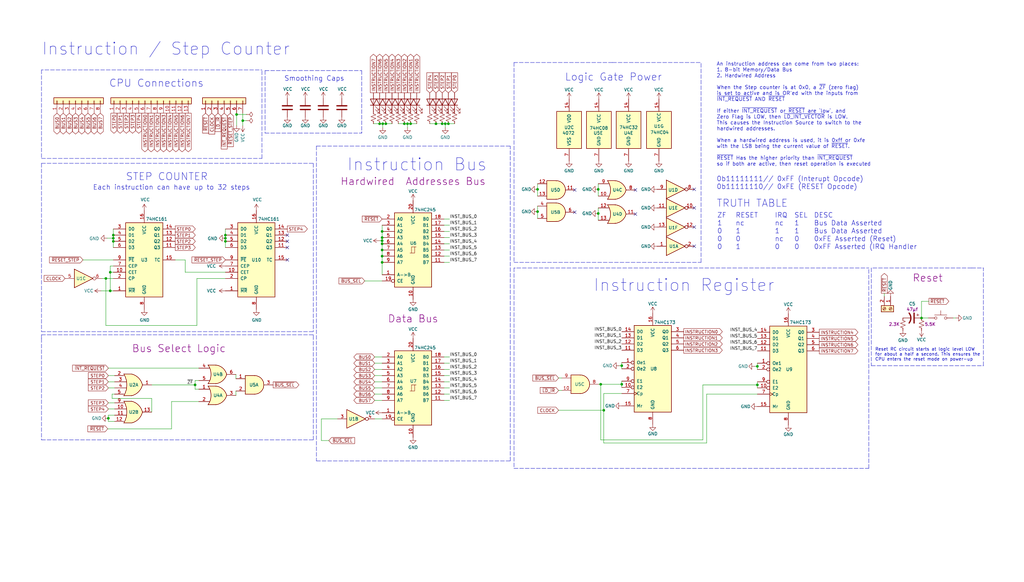
<source format=kicad_sch>
(kicad_sch (version 20211123) (generator eeschema)
  (paper "User" 419.989 238.989)
  (title_block (title "Instruction Register & Step Counter") (date "2022-07-20") (rev "v1.0.0") (company "Trilobyte CPU"))
  (junction (at 181.356 50.8))
  (junction (at 92.456 97.79))
  (junction (at 46.482 96.52))
  (junction (at 92.456 96.52))
  (junction (at 310.642 150.368))
  (junction (at 80.01 157.988))
  (junction (at 156.718 100.076))
  (junction (at 46.482 99.06))
  (junction (at 156.972 50.8))
  (junction (at 182.626 50.8))
  (junction (at 168.402 50.8))
  (junction (at 99.568 49.53))
  (junction (at 156.718 107.696))
  (junction (at 220.472 77.724))
  (junction (at 183.896 50.8))
  (junction (at 43.434 114.3))
  (junction (at 245.364 87.63))
  (junction (at 156.718 105.156))
  (junction (at 178.816 50.8))
  (junction (at 247.65 168.402))
  (junction (at 156.718 98.806))
  (junction (at 167.132 50.8))
  (junction (at 155.702 50.8))
  (junction (at 44.45 171.704))
  (junction (at 92.456 99.06))
  (junction (at 220.472 86.868))
  (junction (at 46.482 97.79))
  (junction (at 165.862 50.8))
  (junction (at 246.38 157.734))
  (junction (at 45.212 119.38))
  (junction (at 156.718 102.616))
  (junction (at 310.642 157.988))
  (junction (at 245.364 77.724))
  (junction (at 377.952 130.556))
  (junction (at 45.212 111.76))
  (junction (at 158.242 50.8))
  (junction (at 255.016 157.734))
  (junction (at 156.718 97.536))
  (junction (at 97.028 46.99))
  (junction (at 156.718 94.996))
  (junction (at 255.016 150.114))
  (no_connect (at 117.856 101.6))
  (no_connect (at 117.856 99.06))
  (no_connect (at 117.856 96.52))
  (no_connect (at 260.604 87.884))
  (no_connect (at 260.604 77.978))
  (no_connect (at 235.712 77.978))
  (no_connect (at 284.734 93.218))
  (no_connect (at 284.734 85.344))
  (no_connect (at 284.734 77.724))
  (no_connect (at 235.712 87.122))
  (no_connect (at 117.856 106.68))
  (no_connect (at 284.734 101.092))
  (wire (pts (xy 156.972 50.8) (xy 156.972 52.324)))
  (polyline (pts (xy 251.206 25.654) (xy 287.528 25.654)))
  (wire (pts (xy 43.434 133.604) (xy 80.772 133.604)))
  (wire (pts (xy 182.118 89.916) (xy 184.404 89.916)))
  (wire (pts (xy 288.29 157.988) (xy 310.642 157.988)))
  (wire (pts (xy 246.38 157.734) (xy 246.38 180.594)))
  (wire (pts (xy 80.01 156.21) (xy 81.534 156.21)))
  (wire (pts (xy 156.718 107.696) (xy 156.718 112.776)))
  (wire (pts (xy 182.626 50.8) (xy 183.896 50.8)))
  (wire (pts (xy 45.212 119.38) (xy 46.482 119.38)))
  (wire (pts (xy 43.942 97.79) (xy 46.482 97.79)))
  (wire (pts (xy 62.23 157.988) (xy 80.01 157.988)))
  (wire (pts (xy 182.118 156.718) (xy 184.404 156.718)))
  (wire (pts (xy 381 123.698) (xy 377.952 123.698)))
  (wire (pts (xy 97.028 46.99) (xy 101.092 46.99)))
  (wire (pts (xy 45.212 111.76) (xy 45.212 119.38)))
  (wire (pts (xy 34.036 106.68) (xy 46.482 106.68)))
  (wire (pts (xy 153.67 156.718) (xy 156.718 156.718)))
  (wire (pts (xy 362.712 121.666) (xy 362.712 120.396)))
  (wire (pts (xy 96.774 153.67) (xy 96.774 155.448)))
  (wire (pts (xy 167.132 50.8) (xy 168.402 50.8)))
  (polyline (pts (xy 129.794 59.944) (xy 209.296 59.944)))
  (wire (pts (xy 309.626 150.368) (xy 310.642 150.368)))
  (wire (pts (xy 92.456 97.79) (xy 92.456 99.06)))
  (wire (pts (xy 43.434 114.3) (xy 43.434 133.604)))
  (wire (pts (xy 181.356 50.8) (xy 182.626 50.8)))
  (wire (pts (xy 156.718 92.456) (xy 156.718 94.996)))
  (wire (pts (xy 182.118 107.696) (xy 184.404 107.696)))
  (wire (pts (xy 178.816 50.8) (xy 181.356 50.8)))
  (wire (pts (xy 45.974 161.798) (xy 46.99 161.798)))
  (wire (pts (xy 80.01 157.988) (xy 80.01 159.766)))
  (wire (pts (xy 153.67 161.798) (xy 156.718 161.798)))
  (wire (pts (xy 99.568 49.53) (xy 99.568 46.482)))
  (wire (pts (xy 289.814 181.864) (xy 289.814 161.798)))
  (wire (pts (xy 246.38 157.734) (xy 255.016 157.734)))
  (wire (pts (xy 310.642 150.368) (xy 310.642 151.638)))
  (wire (pts (xy 46.482 96.52) (xy 46.482 93.98)))
  (wire (pts (xy 310.642 156.718) (xy 310.642 157.988)))
  (wire (pts (xy 310.642 157.988) (xy 310.642 159.258)))
  (wire (pts (xy 75.946 106.68) (xy 71.882 106.68)))
  (polyline (pts (xy 251.206 25.654) (xy 210.82 25.654)))
  (wire (pts (xy 44.45 159.258) (xy 46.99 159.258)))
  (wire (pts (xy 182.118 146.558) (xy 184.404 146.558)))
  (wire (pts (xy 75.946 111.76) (xy 75.946 106.68)))
  (wire (pts (xy 80.01 159.766) (xy 81.534 159.766)))
  (wire (pts (xy 97.028 51.562) (xy 97.028 46.99)))
  (wire (pts (xy 97.028 46.99) (xy 97.028 46.482)))
  (wire (pts (xy 255.016 161.544) (xy 247.65 161.544)))
  (wire (pts (xy 44.45 170.434) (xy 46.99 170.434)))
  (wire (pts (xy 182.118 151.638) (xy 184.404 151.638)))
  (wire (pts (xy 99.568 49.53) (xy 101.092 49.53)))
  (wire (pts (xy 153.67 151.638) (xy 156.718 151.638)))
  (wire (pts (xy 183.896 50.8) (xy 186.436 50.8)))
  (wire (pts (xy 182.118 154.178) (xy 184.404 154.178)))
  (polyline (pts (xy 108.712 28.956) (xy 108.712 54.61)))
  (wire (pts (xy 182.118 92.456) (xy 184.404 92.456)))
  (wire (pts (xy 165.862 50.8) (xy 167.132 50.8)))
  (polyline (pts (xy 17.018 138.938) (xy 17.018 137.414)))
  (wire (pts (xy 92.456 99.06) (xy 92.456 101.6)))
  (wire (pts (xy 220.472 75.438) (xy 220.472 77.724)))
  (wire (pts (xy 220.472 77.724) (xy 220.472 80.518)))
  (polyline (pts (xy 128.524 67.056) (xy 128.524 136.144)))
  (wire (pts (xy 92.456 93.98) (xy 92.456 96.52)))
  (wire (pts (xy 45.212 111.76) (xy 46.482 111.76)))
  (wire (pts (xy 155.702 50.8) (xy 156.972 50.8)))
  (wire (pts (xy 245.618 157.734) (xy 246.38 157.734)))
  (wire (pts (xy 153.67 164.338) (xy 156.718 164.338)))
  (wire (pts (xy 153.67 171.958) (xy 156.718 171.958)))
  (wire (pts (xy 46.482 99.06) (xy 46.482 101.6)))
  (polyline (pts (xy 17.018 136.144) (xy 128.524 136.144)))
  (wire (pts (xy 245.364 87.63) (xy 245.364 90.424)))
  (wire (pts (xy 182.118 97.536) (xy 184.404 97.536)))
  (wire (pts (xy 44.45 154.178) (xy 46.99 154.178)))
  (wire (pts (xy 80.772 114.3) (xy 92.456 114.3)))
  (polyline (pts (xy 148.336 54.61) (xy 148.336 54.102)))
  (wire (pts (xy 96.774 160.528) (xy 96.774 162.306)))
  (wire (pts (xy 44.45 156.718) (xy 46.99 156.718)))
  (polyline (pts (xy 17.018 67.056) (xy 128.524 67.056)))
  (wire (pts (xy 245.364 77.724) (xy 245.364 80.518)))
  (wire (pts (xy 247.65 161.544) (xy 247.65 168.402)))
  (polyline (pts (xy 61.214 28.702) (xy 17.018 28.702)))
  (polyline (pts (xy 287.528 107.696) (xy 287.528 25.654)))
  (wire (pts (xy 245.364 85.344) (xy 245.364 87.63)))
  (wire (pts (xy 182.118 100.076) (xy 184.404 100.076)))
  (wire (pts (xy 156.718 94.996) (xy 156.718 97.536)))
  (wire (pts (xy 229.108 168.402) (xy 247.65 168.402)))
  (polyline (pts (xy 107.442 65.024) (xy 107.442 28.702)))
  (wire (pts (xy 70.358 176.022) (xy 70.358 164.846)))
  (wire (pts (xy 182.118 159.258) (xy 184.404 159.258)))
  (wire (pts (xy 247.65 181.864) (xy 289.814 181.864)))
  (wire (pts (xy 155.702 98.806) (xy 156.718 98.806)))
  (wire (pts (xy 156.972 50.8) (xy 158.242 50.8)))
  (polyline (pts (xy 17.018 137.414) (xy 128.524 137.414)))
  (wire (pts (xy 255.016 156.464) (xy 255.016 157.734)))
  (wire (pts (xy 167.132 50.8) (xy 167.132 52.324)))
  (wire (pts (xy 377.952 123.698) (xy 377.952 130.556)))
  (wire (pts (xy 43.434 114.3) (xy 46.482 114.3)))
  (wire (pts (xy 229.108 155.194) (xy 230.378 155.194)))
  (wire (pts (xy 245.364 75.438) (xy 245.364 77.724)))
  (wire (pts (xy 156.718 105.156) (xy 156.718 107.696)))
  (wire (pts (xy 220.472 86.868) (xy 220.472 89.662)))
  (wire (pts (xy 80.772 133.604) (xy 80.772 114.3)))
  (polyline (pts (xy 108.712 28.956) (xy 148.336 28.956)))
  (polyline (pts (xy 129.794 189.23) (xy 209.296 189.23)))
  (wire (pts (xy 182.118 164.338) (xy 184.404 164.338)))
  (polyline (pts (xy 138.176 54.61) (xy 148.336 54.61)))
  (wire (pts (xy 182.626 50.8) (xy 182.626 52.324)))
  (wire (pts (xy 254 150.114) (xy 255.016 150.114)))
  (wire (pts (xy 176.276 50.8) (xy 178.816 50.8)))
  (wire (pts (xy 44.196 176.022) (xy 70.358 176.022)))
  (wire (pts (xy 255.016 148.844) (xy 255.016 150.114)))
  (wire (pts (xy 134.874 180.848) (xy 131.826 180.848)))
  (polyline (pts (xy 279.908 109.982) (xy 356.362 109.982)))
  (wire (pts (xy 289.814 161.798) (xy 310.642 161.798)))
  (polyline (pts (xy 61.214 28.702) (xy 107.442 28.702)))
  (wire (pts (xy 92.456 96.52) (xy 92.456 97.79)))
  (wire (pts (xy 156.718 100.076) (xy 156.718 102.616)))
  (polyline (pts (xy 129.794 59.944) (xy 129.794 189.23)))
  (polyline (pts (xy 210.82 109.982) (xy 210.82 192.278)))
  (wire (pts (xy 45.974 163.576) (xy 45.974 161.798)))
  (polyline (pts (xy 210.82 25.654) (xy 210.82 107.696)))
  (wire (pts (xy 44.45 151.13) (xy 81.534 151.13)))
  (wire (pts (xy 92.456 111.76) (xy 75.946 111.76)))
  (wire (pts (xy 182.118 149.098) (xy 184.404 149.098)))
  (polyline (pts (xy 209.296 189.23) (xy 209.296 59.944)))
  (polyline (pts (xy 128.524 137.414) (xy 128.524 137.668)))
  (wire (pts (xy 46.482 109.22) (xy 45.212 109.22)))
  (wire (pts (xy 288.29 180.594) (xy 288.29 157.988)))
  (polyline (pts (xy 398.526 109.982) (xy 357.378 109.982)))
  (wire (pts (xy 46.482 97.79) (xy 46.482 99.06)))
  (wire (pts (xy 229.108 160.274) (xy 230.378 160.274)))
  (wire (pts (xy 255.016 150.114) (xy 255.016 151.384)))
  (wire (pts (xy 41.402 119.38) (xy 45.212 119.38)))
  (wire (pts (xy 255.016 157.734) (xy 255.016 159.004)))
  (wire (pts (xy 182.118 102.616) (xy 184.404 102.616)))
  (wire (pts (xy 45.212 109.22) (xy 45.212 111.76)))
  (wire (pts (xy 182.118 161.798) (xy 184.404 161.798)))
  (wire (pts (xy 99.568 51.562) (xy 99.568 49.53)))
  (polyline (pts (xy 403.352 150.114) (xy 403.352 109.982)))
  (wire (pts (xy 44.45 167.894) (xy 46.99 167.894)))
  (polyline (pts (xy 128.524 180.594) (xy 128.524 137.668)))
  (wire (pts (xy 390.906 130.556) (xy 391.922 130.556)))
  (polyline (pts (xy 17.018 65.024) (xy 107.442 65.024)))
  (wire (pts (xy 158.242 50.8) (xy 160.782 50.8)))
  (polyline (pts (xy 357.378 109.982) (xy 357.378 150.114)))
  (wire (pts (xy 246.38 180.594) (xy 288.29 180.594)))
  (wire (pts (xy 62.23 169.164) (xy 62.23 163.576)))
  (wire (pts (xy 46.482 97.79) (xy 46.482 96.52)))
  (polyline (pts (xy 17.018 28.702) (xy 17.018 65.024)))
  (wire (pts (xy 182.118 105.156) (xy 184.404 105.156)))
  (wire (pts (xy 131.826 171.958) (xy 138.43 171.958)))
  (wire (pts (xy 149.606 115.316) (xy 156.718 115.316)))
  (polyline (pts (xy 210.82 107.696) (xy 287.528 107.696)))
  (wire (pts (xy 153.67 159.258) (xy 156.718 159.258)))
  (wire (pts (xy 168.402 50.8) (xy 170.942 50.8)))
  (wire (pts (xy 44.45 172.974) (xy 46.99 172.974)))
  (wire (pts (xy 182.118 94.996) (xy 184.404 94.996)))
  (wire (pts (xy 156.718 102.616) (xy 156.718 105.156)))
  (polyline (pts (xy 17.018 67.056) (xy 17.018 136.144)))
  (polyline (pts (xy 108.712 54.61) (xy 138.176 54.61)))
  (wire (pts (xy 153.67 146.558) (xy 156.718 146.558)))
  (wire (pts (xy 41.91 114.3) (xy 43.434 114.3)))
  (polyline (pts (xy 279.908 109.982) (xy 210.82 109.982)))
  (polyline (pts (xy 357.378 150.114) (xy 403.352 150.114)))
  (wire (pts (xy 153.162 50.8) (xy 155.702 50.8)))
  (wire (pts (xy 247.65 168.402) (xy 247.65 181.864)))
  (polyline (pts (xy 17.018 180.594) (xy 128.524 180.594)))
  (wire (pts (xy 153.67 149.098) (xy 156.718 149.098)))
  (wire (pts (xy 310.642 149.098) (xy 310.642 150.368)))
  (wire (pts (xy 163.322 50.8) (xy 165.862 50.8)))
  (wire (pts (xy 131.826 180.848) (xy 131.826 171.958)))
  (wire (pts (xy 156.718 98.806) (xy 156.718 100.076)))
  (polyline (pts (xy 148.336 28.956) (xy 148.336 54.61)))
  (polyline (pts (xy 356.362 192.278) (xy 356.362 109.982)))
  (wire (pts (xy 62.23 163.576) (xy 45.974 163.576)))
  (wire (pts (xy 70.358 164.846) (xy 81.534 164.846)))
  (polyline (pts (xy 17.018 138.938) (xy 17.018 180.594)))
  (wire (pts (xy 380.746 130.556) (xy 377.952 130.556)))
  (wire (pts (xy 156.718 97.536) (xy 156.718 98.806)))
  (wire (pts (xy 44.45 170.434) (xy 44.45 171.704)))
  (wire (pts (xy 44.45 171.704) (xy 44.45 172.974)))
  (wire (pts (xy 153.67 154.178) (xy 156.718 154.178)))
  (wire (pts (xy 44.45 165.354) (xy 46.99 165.354)))
  (wire (pts (xy 220.472 84.582) (xy 220.472 86.868)))
  (polyline (pts (xy 210.82 192.278) (xy 356.362 192.278)))
  (wire (pts (xy 80.01 156.21) (xy 80.01 157.988)))
  (polyline (pts (xy 398.526 109.982) (xy 403.352 109.982)))
  (text "0b11111111// 0xFF (Interupt Opcode)\n0b11111110// 0xFE (RESET Opcode)" (at 293.878 77.978 0) (effects (font (size 2.0066 2.0066)) (justify left bottom)))
  (text "Each instruction can have up to 32 steps" (at 38.1 78.232 0) (effects (font (size 2 2)) (justify left bottom)))
  (text "CPU Connections" (at 44.704 36.068 0) (effects (font (size 3 3)) (justify left bottom)))
  (text "An instruction address can come from two places:\n1. 8-bit Memory/Data Bus\n2. Hardwired Address\n\nWhen the Step counter is at 0x0, a ~{ZF} (zero flag)\nis set to active and is OR'ed with the inputs from\n~{INT_REQUEST} AND ~{RESET}\n\nIf either ~{INT_REQUEST} or ~{RESET} are `low`, and\nZero Flag is LOW, then ~{LD_INT_VECTOR} is LOW.\nThis causes the Instruction Source to switch to the\nhardwired addresses.\n\nWhen a hardwired address is used, it is 0xff or 0xfe\nwith the LSB being the current value of ~{RESET}.\n\n~{RESET} Has the higher priority than ~{INT_REQUEST}\nso if both are active, then reset operation is executed" (at 293.878 68.326 0) (effects (font (size 1.5 1.5)) (justify left bottom)))
  (text "Instruction / Step Counter" (at 17.018 23.114 0) (effects (font (size 5 5)) (justify left bottom)))
  (text "Reset RC circuit starts at logic level LOW\nfor about a half a second. This ensures the \nCPU enters the reset mode on power-up" (at 358.902 148.336 0) (effects (font (size 1.27 1.27)) (justify left bottom)))
  (text "Logic Gate Power" (at 231.648 33.528 0) (effects (font (size 3 3)) (justify left bottom)))
  (text "STEP COUNTER" (at 51.562 74.422 0) (effects (font (size 3 3)) (justify left bottom)))
  (text "Instruction Register" (at 243.332 120.142 0) (effects (font (size 5 5)) (justify left bottom)))
  (text "Smoothing Caps" (at 116.586 33.528 0) (effects (font (size 2 2)) (justify left bottom)))
  (text "Instruction Bus" (at 142.24 70.612 0) (effects (font (size 5 5)) (justify left bottom)))
  (text "TRUTH TABLE" (at 293.878 85.344 0) (effects (font (size 3 3)) (justify left bottom)))
  (text "ZF	RESET	IRQ	SEL	DESC\n1	nc		nc	1	Bus Data Asserted	\n0	1		1	1	Bus Data Asserted\n0	0		nc	0	0xFE Asserted (Reset)\n0	1		0	0	0xFF Asserted (IRQ Handler\n" (at 294.132 102.616 0) (effects (font (size 2.0066 2.0066)) (justify left bottom)))
  (label "INST_BUS_7" (at 310.642 144.018 180))
  (label "INST_BUS_7" (at 184.404 164.338 0))
  (label "INST_BUS_5" (at 310.642 138.938 180))
  (label "INST_BUS_2" (at 184.404 151.638 0))
  (label "INST_BUS_4" (at 310.642 136.398 180))
  (label "INST_BUS_4" (at 184.404 156.718 0))
  (label "INST_BUS_0" (at 255.016 136.144 180))
  (label "INST_BUS_1" (at 184.404 92.456 0))
  (label "INST_BUS_1" (at 184.404 149.098 0))
  (label "INST_BUS_3" (at 184.404 97.536 0))
  (label "INST_BUS_1" (at 255.016 138.684 180))
  (label "INST_BUS_0" (at 184.404 146.558 0))
  (label "INST_BUS_2" (at 184.404 94.996 0))
  (label "INST_BUS_4" (at 184.404 100.076 0))
  (label "INST_BUS_3" (at 184.404 154.178 0))
  (label "INST_BUS_6" (at 184.404 105.156 0))
  (label "INST_BUS_5" (at 184.404 102.616 0))
  (label "INST_BUS_3" (at 255.016 143.764 180))
  (label "INST_BUS_0" (at 184.404 89.916 0))
  (label "INST_BUS_2" (at 255.016 141.224 180))
  (label "INST_BUS_6" (at 310.642 141.478 180))
  (label "INST_BUS_6" (at 184.404 161.798 0))
  (label "INST_BUS_7" (at 184.404 107.696 0))
  (label "~{ZF}" (at 79.248 157.988 180))
  (label "INST_BUS_5" (at 184.404 159.258 0))
  (global_label "~{RESET_STEP}" (shape input) (at 34.036 106.68 180) (property "Intersheet References" "${INTERSHEET_REFS}" (effects hide)))
  (global_label "~{BUS_SEL}" (shape input) (at 229.108 155.194 180) (property "Intersheet References" "${INTERSHEET_REFS}" (effects hide)))
  (global_label "~{INT_REQUEST}" (shape input) (at 44.45 151.13 180) (property "Intersheet References" "${INTERSHEET_REFS}" (effects hide)))
  (global_label "INSTRUCTION5" (shape output) (at 72.136 46.482 270) (property "Intersheet References" "${INTERSHEET_REFS}" (effects hide)))
  (global_label "STEP4" (shape output) (at 56.896 46.482 270) (property "Intersheet References" "${INTERSHEET_REFS}" (effects hide)))
  (global_label "INSTRUCTION6" (shape output) (at 336.042 141.478 0) (property "Intersheet References" "${INTERSHEET_REFS}" (effects hide)))
  (global_label "~{INT_REQUEST}" (shape input) (at 91.948 46.482 270) (property "Intersheet References" "${INTERSHEET_REFS}" (effects hide)))
  (global_label "STEP2" (shape input) (at 181.356 38.1 90) (property "Intersheet References" "${INTERSHEET_REFS}" (effects hide)))
  (global_label "~{RESET}" (shape output) (at 362.712 120.396 90) (property "Intersheet References" "${INTERSHEET_REFS}" (effects hide)))
  (global_label "STEP1" (shape output) (at 49.276 46.482 270) (property "Intersheet References" "${INTERSHEET_REFS}" (effects hide)))
  (global_label "INSTRUCTION6" (shape output) (at 74.676 46.482 270) (property "Intersheet References" "${INTERSHEET_REFS}" (effects hide)))
  (global_label "INSTRUCTION2" (shape output) (at 280.416 141.224 0) (property "Intersheet References" "${INTERSHEET_REFS}" (effects hide)))
  (global_label "STEP4" (shape output) (at 117.856 93.98 0) (property "Intersheet References" "${INTERSHEET_REFS}" (effects hide)))
  (global_label "BUS5" (shape tri_state) (at 36.068 46.482 270) (property "Intersheet References" "${INTERSHEET_REFS}" (effects hide)))
  (global_label "INSTRUCTION5" (shape output) (at 158.242 38.1 90) (property "Intersheet References" "${INTERSHEET_REFS}" (effects hide)))
  (global_label "INSTRUCTION3" (shape output) (at 280.416 143.764 0) (property "Intersheet References" "${INTERSHEET_REFS}" (effects hide)))
  (global_label "CLOCK" (shape input) (at 229.108 168.402 180) (property "Intersheet References" "${INTERSHEET_REFS}" (effects hide)))
  (global_label "STEP3" (shape input) (at 44.45 165.354 180) (property "Intersheet References" "${INTERSHEET_REFS}" (effects hide)))
  (global_label "INSTRUCTION3" (shape output) (at 163.322 38.1 90) (property "Intersheet References" "${INTERSHEET_REFS}" (effects hide)))
  (global_label "CLOCK" (shape input) (at 86.868 46.482 270) (property "Intersheet References" "${INTERSHEET_REFS}" (effects hide)))
  (global_label "INSTRUCTION4" (shape output) (at 160.782 38.1 90) (property "Intersheet References" "${INTERSHEET_REFS}" (effects hide)))
  (global_label "BUS1" (shape tri_state) (at 25.908 46.482 270) (property "Intersheet References" "${INTERSHEET_REFS}" (effects hide)))
  (global_label "STEP4" (shape input) (at 176.276 38.1 90) (property "Intersheet References" "${INTERSHEET_REFS}" (effects hide)))
  (global_label "STEP0" (shape output) (at 71.882 93.98 0) (property "Intersheet References" "${INTERSHEET_REFS}" (effects hide)))
  (global_label "INSTRUCTION7" (shape output) (at 153.162 38.1 90) (property "Intersheet References" "${INTERSHEET_REFS}" (effects hide)))
  (global_label "INSTRUCTION6" (shape output) (at 155.702 38.1 90) (property "Intersheet References" "${INTERSHEET_REFS}" (effects hide)))
  (global_label "STEP0" (shape input) (at 44.45 154.178 180) (property "Intersheet References" "${INTERSHEET_REFS}" (effects hide)))
  (global_label "~{RESET_STEP}" (shape input) (at 94.488 46.482 270) (property "Intersheet References" "${INTERSHEET_REFS}" (effects hide)))
  (global_label "STEP2" (shape output) (at 71.882 99.06 0) (property "Intersheet References" "${INTERSHEET_REFS}" (effects hide)))
  (global_label "STEP1" (shape input) (at 44.45 156.718 180) (property "Intersheet References" "${INTERSHEET_REFS}" (effects hide)))
  (global_label "STEP4" (shape input) (at 44.45 167.894 180) (property "Intersheet References" "${INTERSHEET_REFS}" (effects hide)))
  (global_label "BUS2" (shape tri_state) (at 28.448 46.482 270) (property "Intersheet References" "${INTERSHEET_REFS}" (effects hide)))
  (global_label "~{RESET_STEP}" (shape input) (at 92.456 106.68 180) (property "Intersheet References" "${INTERSHEET_REFS}" (effects hide)))
  (global_label "BUS3" (shape tri_state) (at 153.67 154.178 180) (property "Intersheet References" "${INTERSHEET_REFS}" (effects hide)))
  (global_label "BUS0" (shape tri_state) (at 153.67 146.558 180) (property "Intersheet References" "${INTERSHEET_REFS}" (effects hide)))
  (global_label "INSTRUCTION4" (shape output) (at 69.596 46.482 270) (property "Intersheet References" "${INTERSHEET_REFS}" (effects hide)))
  (global_label "BUS6" (shape tri_state) (at 153.67 161.798 180) (property "Intersheet References" "${INTERSHEET_REFS}" (effects hide)))
  (global_label "~{BUS_SEL}" (shape input) (at 149.606 115.316 180) (property "Intersheet References" "${INTERSHEET_REFS}" (effects hide)))
  (global_label "~{RESET}" (shape output) (at 381 123.698 0) (property "Intersheet References" "${INTERSHEET_REFS}" (effects hide)))
  (global_label "INSTRUCTION0" (shape output) (at 59.436 46.482 270) (property "Intersheet References" "${INTERSHEET_REFS}" (effects hide)))
  (global_label "INSTRUCTION2" (shape output) (at 165.862 38.1 90) (property "Intersheet References" "${INTERSHEET_REFS}" (effects hide)))
  (global_label "INSTRUCTION3" (shape output) (at 67.056 46.482 270) (property "Intersheet References" "${INTERSHEET_REFS}" (effects hide)))
  (global_label "INSTRUCTION0" (shape output) (at 280.416 136.144 0) (property "Intersheet References" "${INTERSHEET_REFS}" (effects hide)))
  (global_label "INSTRUCTION0" (shape output) (at 170.942 38.1 90) (property "Intersheet References" "${INTERSHEET_REFS}" (effects hide)))
  (global_label "BUS1" (shape tri_state) (at 153.67 149.098 180) (property "Intersheet References" "${INTERSHEET_REFS}" (effects hide)))
  (global_label "INSTRUCTION1" (shape output) (at 168.402 38.1 90) (property "Intersheet References" "${INTERSHEET_REFS}" (effects hide)))
  (global_label "INSTRUCTION1" (shape output) (at 280.416 138.684 0) (property "Intersheet References" "${INTERSHEET_REFS}" (effects hide)))
  (global_label "BUS6" (shape tri_state) (at 38.608 46.482 270) (property "Intersheet References" "${INTERSHEET_REFS}" (effects hide)))
  (global_label "BUS7" (shape tri_state) (at 153.67 164.338 180) (property "Intersheet References" "${INTERSHEET_REFS}" (effects hide)))
  (global_label "STEP3" (shape output) (at 54.356 46.482 270) (property "Intersheet References" "${INTERSHEET_REFS}" (effects hide)))
  (global_label "BUS7" (shape tri_state) (at 41.148 46.482 270) (property "Intersheet References" "${INTERSHEET_REFS}" (effects hide)))
  (global_label "~{RESET}" (shape input) (at 156.718 89.916 180) (property "Intersheet References" "${INTERSHEET_REFS}" (effects hide)))
  (global_label "STEP2" (shape input) (at 44.45 159.258 180) (property "Intersheet References" "${INTERSHEET_REFS}" (effects hide)))
  (global_label "~{LD_IR}" (shape input) (at 229.108 160.274 180) (property "Intersheet References" "${INTERSHEET_REFS}" (effects hide)))
  (global_label "CLOCK" (shape input) (at 26.67 114.3 180) (property "Intersheet References" "${INTERSHEET_REFS}" (effects hide)))
  (global_label "STEP0" (shape output) (at 46.736 46.482 270) (property "Intersheet References" "${INTERSHEET_REFS}" (effects hide)))
  (global_label "STEP3" (shape input) (at 178.816 38.1 90) (property "Intersheet References" "${INTERSHEET_REFS}" (effects hide)))
  (global_label "BUS4" (shape tri_state) (at 33.528 46.482 270) (property "Intersheet References" "${INTERSHEET_REFS}" (effects hide)))
  (global_label "INSTRUCTION5" (shape output) (at 336.042 138.938 0) (property "Intersheet References" "${INTERSHEET_REFS}" (effects hide)))
  (global_label "STEP1" (shape input) (at 183.896 38.1 90) (property "Intersheet References" "${INTERSHEET_REFS}" (effects hide)))
  (global_label "INSTRUCTION4" (shape output) (at 336.042 136.398 0) (property "Intersheet References" "${INTERSHEET_REFS}" (effects hide)))
  (global_label "~{RESET}" (shape input) (at 84.328 46.482 270) (property "Intersheet References" "${INTERSHEET_REFS}" (effects hide)))
  (global_label "STEP0" (shape input) (at 186.436 38.1 90) (property "Intersheet References" "${INTERSHEET_REFS}" (effects hide)))
  (global_label "INSTRUCTION2" (shape output) (at 64.516 46.482 270) (property "Intersheet References" "${INTERSHEET_REFS}" (effects hide)))
  (global_label "~{LD_IR}" (shape input) (at 89.408 46.482 270) (property "Intersheet References" "${INTERSHEET_REFS}" (effects hide)))
  (global_label "STEP3" (shape output) (at 71.882 101.6 0) (property "Intersheet References" "${INTERSHEET_REFS}" (effects hide)))
  (global_label "BUS5" (shape tri_state) (at 153.67 159.258 180) (property "Intersheet References" "${INTERSHEET_REFS}" (effects hide)))
  (global_label "~{BUS_SEL}" (shape input) (at 134.874 180.848 0) (property "Intersheet References" "${INTERSHEET_REFS}" (effects hide)))
  (global_label "INSTRUCTION1" (shape output) (at 61.976 46.482 270) (property "Intersheet References" "${INTERSHEET_REFS}" (effects hide)))
  (global_label "STEP1" (shape output) (at 71.882 96.52 0) (property "Intersheet References" "${INTERSHEET_REFS}" (effects hide)))
  (global_label "BUS0" (shape tri_state) (at 23.368 46.482 270) (property "Intersheet References" "${INTERSHEET_REFS}" (effects hide)))
  (global_label "INSTRUCTION7" (shape output) (at 336.042 144.018 0) (property "Intersheet References" "${INTERSHEET_REFS}" (effects hide)))
  (global_label "STEP2" (shape output) (at 51.816 46.482 270) (property "Intersheet References" "${INTERSHEET_REFS}" (effects hide)))
  (global_label "BUS4" (shape tri_state) (at 153.67 156.718 180) (property "Intersheet References" "${INTERSHEET_REFS}" (effects hide)))
  (global_label "BUS2" (shape tri_state) (at 153.67 151.638 180) (property "Intersheet References" "${INTERSHEET_REFS}" (effects hide)))
  (global_label "INSTRUCTION7" (shape output) (at 77.216 46.482 270) (property "Intersheet References" "${INTERSHEET_REFS}" (effects hide)))
  (global_label "~{RESET}" (shape input) (at 44.196 176.022 180) (property "Intersheet References" "${INTERSHEET_REFS}" (effects hide)))
  (global_label "~{BUS_SEL}" (shape output) (at 112.014 157.988 0) (property "Intersheet References" "${INTERSHEET_REFS}" (effects hide)))
  (global_label "BUS3" (shape tri_state) (at 30.988 46.482 270) (property "Intersheet References" "${INTERSHEET_REFS}" (effects hide)))
  (symbol (lib_id "74xx:74LS173") (at 267.716 151.384 0) (unit 1)
    (property "Reference" "U8" (at 266.7 151.384 0) (effects (justify left)))
    (property "Value" "74HC173" (at 268.224 132.334 0) (effects (justify left)))
    (property "Footprint" "Package_SO:SOIC-16_3.9x9.9mm_P1.27mm" (effects hide))
    (property "Datasheet" "http://www.ti.com/lit/gpn/sn74LS173" (effects hide))
    (property "Field4" "8-bit Register" (effects hide))
  )
  (symbol (lib_id "74xx:74LS161") (at 105.156 106.68 0) (unit 1)
    (property "Reference" "U10" (at 105.156 106.68 0))
    (property "Value" "74HC161" (at 110.236 89.916 0))
    (property "Footprint" "Package_SO:SOIC-16_3.9x9.9mm_P1.27mm" (effects hide))
    (property "Datasheet" "http://www.ti.com/lit/gpn/sn74LS161" (effects hide))
  )
  (symbol (lib_id "74xx:74LS04") (at 277.114 77.724 0) (unit 4)
    (property "Reference" "U1" (at 276.098 77.978 0))
    (property "Value" "74HC04" (effects hide))
    (property "Footprint" "Package_SO:SOIC-14_3.9x8.7mm_P1.27mm" (effects hide))
    (property "Datasheet" "http://www.ti.com/lit/gpn/sn74LS04" (effects hide))
  )
  (symbol (lib_id "power:GND") (at 257.81 66.04 0) (unit 1)
    (property "Reference" "#PWR040" (effects hide))
    (property "Value" "GND" (at 257.81 70.104 0))
  )
  (symbol (lib_id "power:GND") (at 309.626 150.368 270) (unit 1)
    (property "Reference" "#PWR049" (effects hide))
    (property "Value" "GND" (at 304.8 150.368 90))
  )
  (symbol (lib_id "74xx:74LS161") (at 59.182 106.68 0) (unit 1)
    (property "Reference" "U3" (at 59.182 106.68 0))
    (property "Value" "74HC161" (at 64.262 89.916 0))
    (property "Footprint" "Package_SO:SOIC-16_3.9x9.9mm_P1.27mm" (effects hide))
    (property "Datasheet" "http://www.ti.com/lit/gpn/sn74LS161" (effects hide))
  )
  (symbol (lib_id "74xx:74LS32") (at 89.154 153.67 0) (unit 2)
    (property "Reference" "U4" (at 89.408 153.67 0))
    (property "Value" "74HC32" (effects hide))
    (property "Footprint" "Package_SO:SOIC-14_3.9x8.7mm_P1.27mm" (effects hide))
    (property "Datasheet" "http://www.ti.com/lit/gpn/sn74LS32" (effects hide))
    (property "Field4" "Bus Select Logic" (effects hide))
  )
  (symbol (lib_id "74xx:74LS32") (at 257.81 53.34 0) (unit 5)
    (property "Reference" "U4" (at 257.81 54.61 0))
    (property "Value" "74HC32" (at 257.81 52.324 0))
    (property "Footprint" "Package_SO:SOIC-14_3.9x8.7mm_P1.27mm" (effects hide))
    (property "Datasheet" "http://www.ti.com/lit/gpn/sn74LS32" (effects hide))
    (property "Field4" "Bus Select Logic" (effects hide))
  )
  (symbol (lib_id "Device:R_Small_US") (at 377.952 133.096 0) (unit 1)
    (property "Reference" "R1" (effects hide))
    (property "Value" "R_Small_US" (effects hide))
    (property "Footprint" "Resistor_SMD:R_0805_2012Metric" (effects hide))
    (property "Field4" "5.5K" (at 381.508 133.096 0))
  )
  (symbol (lib_id "Device:R_Small_US") (at 181.356 48.26 0) (unit 1)
    (property "Reference" "R11" (effects hide))
    (property "Value" "R_Small_US" (effects hide))
    (property "Footprint" "Resistor_SMD:R_0805_2012Metric" (effects hide))
  )
  (symbol (lib_id "power:GND") (at 59.182 127 0) (unit 1)
    (property "Reference" "#PWR07" (effects hide))
    (property "Value" "GND" (at 59.309 131.3942 0))
  )
  (symbol (lib_id "Device:LED") (at 181.356 41.91 90) (unit 1)
    (property "Reference" "D10" (effects hide))
    (property "Value" "LED" (effects hide))
    (property "Footprint" "LED_SMD:LED_0805_2012Metric" (effects hide))
  )
  (symbol (lib_id "power:VCC") (at 41.402 119.38 90) (unit 1)
    (property "Reference" "#PWR05" (effects hide))
    (property "Value" "VCC" (at 38.354 119.38 90) (effects (justify left)))
  )
  (symbol (lib_id "Connector_Generic:Conn_01x07") (at 91.948 41.402 90) (unit 1)
    (property "Reference" "J3" (effects hide))
    (property "Value" "Conn_01x07" (effects hide))
    (property "Footprint" "Connector_PinHeader_2.54mm:PinHeader_1x07_P2.54mm_Vertical" (effects hide))
  )
  (symbol (lib_id "power:VCC") (at 132.588 40.386 0) (unit 1)
    (property "Reference" "#PWR015" (effects hide))
    (property "Value" "VCC" (at 130.81 36.576 0) (effects (justify left)))
  )
  (symbol (lib_id "Device:C") (at 125.222 44.196 0) (unit 1)
    (property "Reference" "C2" (effects hide))
    (property "Value" "C" (effects hide))
    (property "Footprint" "Capacitor_SMD:C_0805_2012Metric" (effects hide))
  )
  (symbol (lib_id "Device:R_Small_US") (at 168.402 48.26 0) (unit 1)
    (property "Reference" "R8" (effects hide))
    (property "Value" "R_Small_US" (effects hide))
    (property "Footprint" "Resistor_SMD:R_0805_2012Metric" (effects hide))
  )
  (symbol (lib_id "power:VCC") (at 270.256 40.64 0) (unit 1)
    (property "Reference" "#PWR047" (effects hide))
    (property "Value" "VCC" (at 270.256 36.83 0))
  )
  (symbol (lib_id "Device:R_Small_US") (at 165.862 48.26 0) (unit 1)
    (property "Reference" "R7" (effects hide))
    (property "Value" "R_Small_US" (effects hide))
    (property "Footprint" "Resistor_SMD:R_0805_2012Metric" (effects hide))
  )
  (symbol (lib_id "power:GND") (at 92.456 97.79 270) (unit 1)
    (property "Reference" "#PWR0105" (effects hide))
    (property "Value" "GND" (at 89.2048 97.917 90) (effects (justify right)))
  )
  (symbol (lib_id "Device:R_Small_US") (at 183.896 48.26 0) (unit 1)
    (property "Reference" "R12" (effects hide))
    (property "Value" "R_Small_US" (effects hide))
    (property "Footprint" "Resistor_SMD:R_0805_2012Metric" (effects hide))
  )
  (symbol (lib_id "power:GND") (at 245.364 87.63 270) (unit 1)
    (property "Reference" "#PWR034" (effects hide))
    (property "Value" "GND" (at 240.792 87.63 90))
  )
  (symbol (lib_id "74xx:74LS04") (at 277.114 85.344 0) (unit 5)
    (property "Reference" "U1" (at 276.098 85.344 0))
    (property "Value" "74HC04" (effects hide))
    (property "Footprint" "Package_SO:SOIC-14_3.9x8.7mm_P1.27mm" (effects hide))
    (property "Datasheet" "http://www.ti.com/lit/gpn/sn74LS04" (effects hide))
  )
  (symbol (lib_id "74xx:74LS04") (at 277.114 101.092 0) (unit 1)
    (property "Reference" "U1" (at 276.352 101.092 0))
    (property "Value" "74HC04" (effects hide))
    (property "Footprint" "Package_SO:SOIC-14_3.9x8.7mm_P1.27mm" (effects hide))
    (property "Datasheet" "http://www.ti.com/lit/gpn/sn74LS04" (effects hide))
  )
  (symbol (lib_id "Connector_Generic:Conn_01x13") (at 61.976 41.402 90) (unit 1)
    (property "Reference" "J2" (effects hide))
    (property "Value" "Conn_01x13" (effects hide))
    (property "Footprint" "Connector_PinHeader_2.54mm:PinHeader_1x13_P2.54mm_Vertical" (effects hide))
  )
  (symbol (lib_id "74xx:74LS245") (at 169.418 159.258 0) (unit 1)
    (property "Reference" "U7" (at 168.148 156.464 0) (effects (justify left)))
    (property "Value" "74HC245" (at 169.926 142.748 0) (effects (justify left)))
    (property "Footprint" "Package_SO:SOIC-20W_7.5x12.8mm_P1.27mm" (effects hide))
    (property "Datasheet" "http://www.ti.com/lit/gpn/sn74LS245" (effects hide))
    (property "Field4" "Data Bus" (at 169.418 130.81 0) (effects (font (size 3 3))))
  )
  (symbol (lib_id "74xx:74LS08") (at 245.618 53.34 0) (unit 5)
    (property "Reference" "U5" (at 245.364 54.61 0))
    (property "Value" "74HC08" (at 245.618 52.578 0))
    (property "Footprint" "Package_SO:SOIC-14_3.9x8.7mm_P1.27mm" (effects hide))
    (property "Datasheet" "http://www.ti.com/lit/gpn/sn74LS08" (effects hide))
  )
  (symbol (lib_id "power:GND") (at 167.132 52.324 0) (unit 1)
    (property "Reference" "#PWR026" (effects hide))
    (property "Value" "GND" (at 167.132 56.388 0))
  )
  (symbol (lib_id "Device:R_Small_US") (at 153.162 48.26 0) (unit 1)
    (property "Reference" "R2" (effects hide))
    (property "Value" "R_Small_US" (effects hide))
    (property "Footprint" "Resistor_SMD:R_0805_2012Metric" (effects hide))
  )
  (symbol (lib_id "4xxx:4072") (at 54.61 169.164 0) (unit 2)
    (property "Reference" "U2" (at 54.864 169.164 0))
    (property "Value" "4072" (effects hide))
    (property "Footprint" "Package_SO:SOIC-14_3.9x8.7mm_P1.27mm" (effects hide))
    (property "Datasheet" "http://www.intersil.com/content/dam/Intersil/documents/cd40/cd4071bms-72bms-75bms.pdf" (effects hide))
  )
  (symbol (lib_id "power:GND") (at 233.426 66.04 0) (unit 1)
    (property "Reference" "#PWR031" (effects hide))
    (property "Value" "GND" (at 233.426 70.104 0))
  )
  (symbol (lib_id "power:GND") (at 254 150.114 270) (unit 1)
    (property "Reference" "#PWR037" (effects hide))
    (property "Value" "GND" (at 249.174 150.114 90))
  )
  (symbol (lib_id "Device:LED") (at 158.242 41.91 90) (unit 1)
    (property "Reference" "D3" (effects hide))
    (property "Value" "LED" (effects hide))
    (property "Footprint" "LED_SMD:LED_0805_2012Metric" (effects hide))
  )
  (symbol (lib_id "power:VCC") (at 323.342 128.778 0) (unit 1)
    (property "Reference" "#PWR051" (effects hide))
    (property "Value" "VCC" (at 323.342 124.968 0))
  )
  (symbol (lib_id "power:VCC") (at 92.456 119.38 90) (unit 1)
    (property "Reference" "#PWR0102" (effects hide))
    (property "Value" "VCC" (at 88.646 119.38 90) (effects (justify left)))
  )
  (symbol (lib_id "power:GND") (at 255.016 166.624 270) (unit 1)
    (property "Reference" "#PWR038" (effects hide))
    (property "Value" "GND" (at 250.19 166.624 90))
  )
  (symbol (lib_id "power:VCC") (at 233.426 40.64 0) (unit 1)
    (property "Reference" "#PWR030" (effects hide))
    (property "Value" "VCC" (at 233.426 36.83 0))
  )
  (symbol (lib_id "Device:R_Small_US") (at 170.942 48.26 0) (unit 1)
    (property "Reference" "R9" (effects hide))
    (property "Value" "R_Small_US" (effects hide))
    (property "Footprint" "Resistor_SMD:R_0805_2012Metric" (effects hide))
  )
  (symbol (lib_id "power:GND") (at 182.626 52.324 0) (unit 1)
    (property "Reference" "#PWR027" (effects hide))
    (property "Value" "GND" (at 182.626 56.388 0))
  )
  (symbol (lib_id "power:GND") (at 97.028 51.562 0) (unit 1)
    (property "Reference" "#PWR09" (effects hide))
    (property "Value" "GND" (at 97.028 56.388 90))
  )
  (symbol (lib_id "power:VCC") (at 156.718 169.418 90) (unit 1)
    (property "Reference" "#PWR018" (effects hide))
    (property "Value" "VCC" (at 151.892 169.418 90))
  )
  (symbol (lib_id "power:VCC") (at 92.456 109.22 90) (unit 1)
    (property "Reference" "#PWR0106" (effects hide))
    (property "Value" "VCC" (at 88.646 109.22 90) (effects (justify left)))
  )
  (symbol (lib_id "74xx:74LS04") (at 270.256 53.34 0) (unit 7)
    (property "Reference" "U1" (at 268.224 51.816 0) (effects (justify left)))
    (property "Value" "74HC04" (at 266.7 54.356 0) (effects (justify left)))
    (property "Footprint" "Package_SO:SOIC-14_3.9x8.7mm_P1.27mm" (effects hide))
    (property "Datasheet" "http://www.ti.com/lit/gpn/sn74LS04" (effects hide))
  )
  (symbol (lib_id "Device:C_Polarized_US") (at 374.142 130.556 270) (unit 1)
    (property "Reference" "C5" (at 374.142 124.714 90))
    (property "Value" "C_Polarized_US" (effects hide))
    (property "Footprint" "Capacitor_THT:CP_Radial_D4.0mm_P2.00mm" (effects hide))
    (property "Field4" "47μf" (at 374.142 127 90))
  )
  (symbol (lib_id "74xx:74LS08") (at 228.092 77.978 0) (unit 4)
    (property "Reference" "U5" (at 227.838 77.978 0))
    (property "Value" "74HC08" (effects hide))
    (property "Footprint" "Package_SO:SOIC-14_3.9x8.7mm_P1.27mm" (effects hide))
    (property "Datasheet" "http://www.ti.com/lit/gpn/sn74LS08" (effects hide))
  )
  (symbol (lib_id "74xx:74LS32") (at 252.984 77.978 0) (unit 3)
    (property "Reference" "U4" (at 253.238 77.978 0))
    (property "Value" "74HC32" (effects hide))
    (property "Footprint" "Package_SO:SOIC-14_3.9x8.7mm_P1.27mm" (effects hide))
    (property "Datasheet" "http://www.ti.com/lit/gpn/sn74LS32" (effects hide))
    (property "Field4" "Bus Select Logic" (effects hide))
  )
  (symbol (lib_id "Device:R_Small_US") (at 186.436 48.26 0) (unit 1)
    (property "Reference" "R13" (effects hide))
    (property "Value" "R_Small_US" (effects hide))
    (property "Footprint" "Resistor_SMD:R_0805_2012Metric" (effects hide))
  )
  (symbol (lib_id "Device:LED") (at 186.436 41.91 90) (unit 1)
    (property "Reference" "D12" (effects hide))
    (property "Value" "LED" (effects hide))
    (property "Footprint" "LED_SMD:LED_0805_2012Metric" (effects hide))
  )
  (symbol (lib_id "Device:LED") (at 183.896 41.91 90) (unit 1)
    (property "Reference" "D11" (effects hide))
    (property "Value" "LED" (effects hide))
    (property "Footprint" "LED_SMD:LED_0805_2012Metric" (effects hide))
  )
  (symbol (lib_id "power:GND") (at 169.418 179.578 0) (unit 1)
    (property "Reference" "#PWR024" (effects hide))
    (property "Value" "GND" (at 169.418 183.642 0))
  )
  (symbol (lib_id "power:GND") (at 270.256 66.04 0) (unit 1)
    (property "Reference" "#PWR048" (effects hide))
    (property "Value" "GND" (at 270.256 70.104 0))
  )
  (symbol (lib_id "power:GND") (at 169.418 122.936 0) (unit 1)
    (property "Reference" "#PWR022" (effects hide))
    (property "Value" "GND" (at 169.418 127 0))
  )
  (symbol (lib_id "power:VCC") (at 245.618 40.64 0) (unit 1)
    (property "Reference" "#PWR035" (effects hide))
    (property "Value" "VCC" (at 245.618 36.83 0))
  )
  (symbol (lib_id "Device:LED") (at 178.816 41.91 90) (unit 1)
    (property "Reference" "D9" (effects hide))
    (property "Value" "LED" (effects hide))
    (property "Footprint" "LED_SMD:LED_0805_2012Metric" (effects hide))
  )
  (symbol (lib_id "Device:LED") (at 163.322 41.91 90) (unit 1)
    (property "Reference" "D5" (effects hide))
    (property "Value" "LED" (effects hide))
    (property "Footprint" "LED_SMD:LED_0805_2012Metric" (effects hide))
  )
  (symbol (lib_id "power:GND") (at 132.588 48.006 0) (unit 1)
    (property "Reference" "#PWR016" (effects hide))
    (property "Value" "GND" (at 132.588 51.562 0))
  )
  (symbol (lib_id "power:GND") (at 267.716 174.244 0) (unit 1)
    (property "Reference" "#PWR042" (effects hide))
    (property "Value" "GND" (at 267.716 178.054 0))
  )
  (symbol (lib_id "74xx:74LS173") (at 323.342 151.638 0) (unit 1)
    (property "Reference" "U9" (at 322.326 151.638 0) (effects (justify left)))
    (property "Value" "74HC173" (at 323.85 132.334 0) (effects (justify left)))
    (property "Footprint" "Package_SO:SOIC-16_3.9x9.9mm_P1.27mm" (effects hide))
    (property "Datasheet" "http://www.ti.com/lit/gpn/sn74LS173" (effects hide))
  )
  (symbol (lib_id "Device:C") (at 140.208 44.196 0) (unit 1)
    (property "Reference" "C4" (effects hide))
    (property "Value" "C" (effects hide))
    (property "Footprint" "Capacitor_SMD:C_0805_2012Metric" (effects hide))
  )
  (symbol (lib_id "Device:R_Small_US") (at 158.242 48.26 0) (unit 1)
    (property "Reference" "R4" (effects hide))
    (property "Value" "R_Small_US" (effects hide))
    (property "Footprint" "Resistor_SMD:R_0805_2012Metric" (effects hide))
  )
  (symbol (lib_id "power:GND") (at 391.922 130.556 90) (unit 1)
    (property "Reference" "#PWR02" (effects hide))
    (property "Value" "GND" (at 396.748 130.556 90))
  )
  (symbol (lib_id "power:VCC") (at 267.716 128.524 0) (unit 1)
    (property "Reference" "#PWR041" (effects hide))
    (property "Value" "VCC" (at 267.716 124.714 0))
  )
  (symbol (lib_id "Device:C") (at 117.856 44.196 0) (unit 1)
    (property "Reference" "C1" (effects hide))
    (property "Value" "C" (effects hide))
    (property "Footprint" "Capacitor_SMD:C_0805_2012Metric" (effects hide))
  )
  (symbol (lib_id "power:GND") (at 117.856 48.006 0) (unit 1)
    (property "Reference" "#PWR012" (effects hide))
    (property "Value" "GND" (at 117.856 51.562 0))
  )
  (symbol (lib_id "Device:LED") (at 160.782 41.91 90) (unit 1)
    (property "Reference" "D4" (effects hide))
    (property "Value" "LED" (effects hide))
    (property "Footprint" "LED_SMD:LED_0805_2012Metric" (effects hide))
  )
  (symbol (lib_id "Connector_Generic:Conn_01x08") (at 30.988 41.402 90) (unit 1)
    (property "Reference" "J1" (effects hide))
    (property "Value" "Conn_01x08" (effects hide))
    (property "Footprint" "Connector_PinHeader_2.54mm:PinHeader_1x08_P2.54mm_Vertical" (effects hide))
  )
  (symbol (lib_id "power:VCC") (at 59.182 86.36 0) (unit 1)
    (property "Reference" "#PWR06" (effects hide))
    (property "Value" "VCC" (at 59.563 81.9658 0))
  )
  (symbol (lib_id "power:GND") (at 365.252 121.666 180) (unit 1)
    (property "Reference" "#PWR03" (effects hide))
    (property "Value" "GND" (at 365.252 117.094 90))
  )
  (symbol (lib_id "Connector:Screw_Terminal_01x02") (at 365.252 126.746 270) (unit 1)
    (property "Reference" "J4" (effects hide))
    (property "Value" "Screw_Terminal_01x02" (effects hide))
    (property "Footprint" "TerminalBlock_Phoenix:TerminalBlock_Phoenix_MPT-0,5-2-2.54_1x02_P2.54mm_Horizontal" (effects hide))
  )
  (symbol (lib_id "74xx:74LS04") (at 34.29 114.3 0) (unit 3)
    (property "Reference" "U1" (at 33.274 114.3 0))
    (property "Value" "74HC04" (effects hide))
    (property "Footprint" "Package_SO:SOIC-14_3.9x8.7mm_P1.27mm" (effects hide))
    (property "Datasheet" "http://www.ti.com/lit/gpn/sn74LS04" (effects hide))
  )
  (symbol (lib_id "power:GND") (at 156.972 52.324 0) (unit 1)
    (property "Reference" "#PWR025" (effects hide))
    (property "Value" "GND" (at 156.972 56.388 0))
  )
  (symbol (lib_id "power:VCC") (at 105.156 86.36 0) (unit 1)
    (property "Reference" "#PWR0104" (effects hide))
    (property "Value" "VCC" (at 105.537 81.9658 0))
  )
  (symbol (lib_id "Device:R_Small_US") (at 163.322 48.26 0) (unit 1)
    (property "Reference" "R6" (effects hide))
    (property "Value" "R_Small_US" (effects hide))
    (property "Footprint" "Resistor_SMD:R_0805_2012Metric" (effects hide))
  )
  (symbol (lib_id "Device:R_Small_US") (at 176.276 48.26 0) (unit 1)
    (property "Reference" "R14" (effects hide))
    (property "Value" "R_Small_US" (effects hide))
    (property "Footprint" "Resistor_SMD:R_0805_2012Metric" (effects hide))
  )
  (symbol (lib_id "power:GND") (at 44.45 171.704 270) (unit 1)
    (property "Reference" "#PWR0103" (effects hide))
    (property "Value" "GND" (at 39.624 171.704 90))
  )
  (symbol (lib_id "Device:LED") (at 170.942 41.91 90) (unit 1)
    (property "Reference" "D8" (effects hide))
    (property "Value" "LED" (effects hide))
    (property "Footprint" "LED_SMD:LED_0805_2012Metric" (effects hide))
  )
  (symbol (lib_id "Device:R_Small_US") (at 178.816 48.26 0) (unit 1)
    (property "Reference" "R10" (effects hide))
    (property "Value" "R_Small_US" (effects hide))
    (property "Footprint" "Resistor_SMD:R_0805_2012Metric" (effects hide))
  )
  (symbol (lib_id "power:GND") (at 245.364 77.724 270) (unit 1)
    (property "Reference" "#PWR033" (effects hide))
    (property "Value" "GND" (at 240.792 77.724 90))
  )
  (symbol (lib_id "74xx:74LS04") (at 277.114 93.218 0) (unit 6)
    (property "Reference" "U1" (at 276.098 93.472 0))
    (property "Value" "74HC04" (effects hide))
    (property "Footprint" "Package_SO:SOIC-14_3.9x8.7mm_P1.27mm" (effects hide))
    (property "Datasheet" "http://www.ti.com/lit/gpn/sn74LS04" (effects hide))
  )
  (symbol (lib_id "74xx:74LS08") (at 104.394 157.988 0) (unit 1)
    (property "Reference" "U5" (at 104.14 157.988 0))
    (property "Value" "74HC08" (effects hide))
    (property "Footprint" "Package_SO:SOIC-14_3.9x8.7mm_P1.27mm" (effects hide))
    (property "Datasheet" "http://www.ti.com/lit/gpn/sn74LS08" (effects hide))
  )
  (symbol (lib_id "4xxx:4072") (at 54.61 157.988 0) (unit 1)
    (property "Reference" "U2" (at 54.864 157.988 0))
    (property "Value" "4072" (effects hide))
    (property "Footprint" "Package_SO:SOIC-14_3.9x8.7mm_P1.27mm" (effects hide))
    (property "Datasheet" "http://www.intersil.com/content/dam/Intersil/documents/cd40/cd4071bms-72bms-75bms.pdf" (effects hide))
  )
  (symbol (lib_id "power:GND") (at 269.494 85.344 270) (unit 1)
    (property "Reference" "#PWR044" (effects hide))
    (property "Value" "GND" (at 264.922 85.344 90))
  )
  (symbol (lib_id "power:GND") (at 269.494 77.724 270) (unit 1)
    (property "Reference" "#PWR043" (effects hide))
    (property "Value" "GND" (at 264.922 77.724 90))
  )
  (symbol (lib_id "Device:LED") (at 155.702 41.91 90) (unit 1)
    (property "Reference" "D2" (effects hide))
    (property "Value" "LED" (effects hide))
    (property "Footprint" "LED_SMD:LED_0805_2012Metric" (effects hide))
  )
  (symbol (lib_id "power:PWR_FLAG") (at 101.092 49.53 270) (unit 1)
    (property "Reference" "#FLG02" (effects hide))
    (property "Value" "PWR_FLAG" (effects hide))
  )
  (symbol (lib_id "power:GND") (at 310.642 166.878 270) (unit 1)
    (property "Reference" "#PWR050" (effects hide))
    (property "Value" "GND" (at 305.816 166.878 90))
  )
  (symbol (lib_id "power:VCC") (at 169.418 138.938 0) (unit 1)
    (property "Reference" "#PWR023" (effects hide))
    (property "Value" "VCC" (at 169.418 135.128 0))
  )
  (symbol (lib_id "Device:R_Small_US") (at 155.702 48.26 0) (unit 1)
    (property "Reference" "R3" (effects hide))
    (property "Value" "R_Small_US" (effects hide))
    (property "Footprint" "Resistor_SMD:R_0805_2012Metric" (effects hide))
  )
  (symbol (lib_id "power:VCC") (at 140.208 40.386 0) (unit 1)
    (property "Reference" "#PWR019" (effects hide))
    (property "Value" "VCC" (at 138.43 36.576 0) (effects (justify left)))
  )
  (symbol (lib_id "74xx:74LS245") (at 169.418 102.616 0) (unit 1)
    (property "Reference" "U6" (at 168.148 99.822 0) (effects (justify left)))
    (property "Value" "74HC245" (at 169.926 86.106 0) (effects (justify left)))
    (property "Footprint" "Package_SO:SOIC-20W_7.5x12.8mm_P1.27mm" (effects hide))
    (property "Datasheet" "http://www.ti.com/lit/gpn/sn74LS245" (effects hide))
    (property "Field4" "Hardwired  Addresses Bus" (at 169.418 74.422 0) (effects (font (size 3 3))))
  )
  (symbol (lib_id "Device:R_Small_US") (at 370.332 133.096 0) (unit 1)
    (property "Reference" "R15" (effects hide))
    (property "Value" "R_Small_US" (effects hide))
    (property "Footprint" "Resistor_SMD:R_0805_2012Metric" (effects hide))
    (property "Field4" "2.3K" (at 366.776 133.096 0))
  )
  (symbol (lib_id "74xx:74LS32") (at 89.154 162.306 0) (unit 1)
    (property "Reference" "U4" (at 89.408 162.306 0))
    (property "Value" "74HC32" (effects hide))
    (property "Footprint" "Package_SO:SOIC-14_3.9x8.7mm_P1.27mm" (effects hide))
    (property "Datasheet" "http://www.ti.com/lit/gpn/sn74LS32" (effects hide))
    (property "Field4" "Bus Select Logic" (at 73.406 143.002 0) (effects (font (size 3 3))))
  )
  (symbol (lib_id "74xx:74LS08") (at 228.092 87.122 0) (unit 2)
    (property "Reference" "U5" (at 227.838 87.122 0))
    (property "Value" "74HC08" (effects hide))
    (property "Footprint" "Package_SO:SOIC-14_3.9x8.7mm_P1.27mm" (effects hide))
    (property "Datasheet" "http://www.ti.com/lit/gpn/sn74LS08" (effects hide))
  )
  (symbol (lib_id "power:PWR_FLAG") (at 101.092 46.99 270) (unit 1)
    (property "Reference" "#FLG01" (effects hide))
    (property "Value" "PWR_FLAG" (effects hide))
  )
  (symbol (lib_id "Device:LED") (at 165.862 41.91 90) (unit 1)
    (property "Reference" "D6" (effects hide))
    (property "Value" "LED" (effects hide))
    (property "Footprint" "LED_SMD:LED_0805_2012Metric" (effects hide))
  )
  (symbol (lib_id "power:GND") (at 269.494 93.218 270) (unit 1)
    (property "Reference" "#PWR045" (effects hide))
    (property "Value" "GND" (at 264.922 93.218 90))
  )
  (symbol (lib_id "74xx:74LS04") (at 146.05 171.958 0) (unit 2)
    (property "Reference" "U1" (at 145.034 171.958 0))
    (property "Value" "74HC04" (effects hide))
    (property "Footprint" "Package_SO:SOIC-14_3.9x8.7mm_P1.27mm" (effects hide))
    (property "Datasheet" "http://www.ti.com/lit/gpn/sn74LS04" (effects hide))
  )
  (symbol (lib_id "Device:LED") (at 153.162 41.91 90) (unit 1)
    (property "Reference" "D1" (effects hide))
    (property "Value" "LED" (effects hide))
    (property "Footprint" "LED_SMD:LED_0805_2012Metric" (effects hide))
  )
  (symbol (lib_id "power:GND") (at 140.208 48.006 0) (unit 1)
    (property "Reference" "#PWR020" (effects hide))
    (property "Value" "GND" (at 140.208 51.562 0))
  )
  (symbol (lib_id "74xx:74LS32") (at 252.984 87.884 0) (unit 4)
    (property "Reference" "U4" (at 253.238 87.884 0))
    (property "Value" "74HC32" (effects hide))
    (property "Footprint" "Package_SO:SOIC-14_3.9x8.7mm_P1.27mm" (effects hide))
    (property "Datasheet" "http://www.ti.com/lit/gpn/sn74LS32" (effects hide))
    (property "Field4" "Bus Select Logic" (effects hide))
  )
  (symbol (lib_id "power:GND") (at 245.618 66.04 0) (unit 1)
    (property "Reference" "#PWR036" (effects hide))
    (property "Value" "GND" (at 245.618 70.104 0))
  )
  (symbol (lib_id "power:VCC") (at 169.418 82.296 0) (unit 1)
    (property "Reference" "#PWR021" (effects hide))
    (property "Value" "VCC" (at 169.418 78.486 0))
  )
  (symbol (lib_id "Device:LED") (at 176.276 41.91 90) (unit 1)
    (property "Reference" "D13" (effects hide))
    (property "Value" "LED" (effects hide))
    (property "Footprint" "LED_SMD:LED_0805_2012Metric" (effects hide))
  )
  (symbol (lib_id "power:VCC") (at 155.702 98.806 90) (unit 1)
    (property "Reference" "#PWR017" (effects hide))
    (property "Value" "VCC" (at 150.876 98.806 90))
  )
  (symbol (lib_id "74xx:74LS08") (at 237.998 157.734 0) (unit 3)
    (property "Reference" "U5" (at 237.744 157.734 0))
    (property "Value" "74HC08" (effects hide))
    (property "Footprint" "Package_SO:SOIC-14_3.9x8.7mm_P1.27mm" (effects hide))
    (property "Datasheet" "http://www.ti.com/lit/gpn/sn74LS08" (effects hide))
  )
  (symbol (lib_id "power:GND") (at 269.494 101.092 270) (unit 1)
    (property "Reference" "#PWR046" (effects hide))
    (property "Value" "GND" (at 264.922 101.092 90))
  )
  (symbol (lib_id "power:VCC") (at 377.952 135.636 180) (unit 1)
    (property "Reference" "#PWR08" (effects hide))
    (property "Value" "VCC" (at 377.952 139.446 0))
  )
  (symbol (lib_id "power:GND") (at 370.332 135.636 0) (unit 1)
    (property "Reference" "#PWR0107" (effects hide))
    (property "Value" "GND" (at 370.332 139.7 0))
  )
  (symbol (lib_id "Switch:SW_Push") (at 385.826 130.556 0) (unit 1)
    (property "Reference" "SW1" (effects hide))
    (property "Value" "SW_Push" (effects hide))
    (property "Footprint" "Button_Switch_THT:SW_PUSH_6mm" (effects hide))
    (property "Field4" "Reset" (at 380.492 114.046 0) (effects (font (size 3 3))))
  )
  (symbol (lib_id "power:GND") (at 43.942 97.79 270) (unit 1)
    (property "Reference" "#PWR01" (effects hide))
    (property "Value" "GND" (at 40.6908 97.917 90) (effects (justify right)))
  )
  (symbol (lib_id "Device:LED") (at 168.402 41.91 90) (unit 1)
    (property "Reference" "D7" (effects hide))
    (property "Value" "LED" (effects hide))
    (property "Footprint" "LED_SMD:LED_0805_2012Metric" (effects hide))
  )
  (symbol (lib_id "power:GND") (at 125.222 48.006 0) (unit 1)
    (property "Reference" "#PWR014" (effects hide))
    (property "Value" "GND" (at 125.222 51.562 0))
  )
  (symbol (lib_id "power:GND") (at 220.472 86.868 270) (unit 1)
    (property "Reference" "#PWR029" (effects hide))
    (property "Value" "GND" (at 215.9 86.868 90))
  )
  (symbol (lib_id "Device:C") (at 132.588 44.196 0) (unit 1)
    (property "Reference" "C3" (effects hide))
    (property "Value" "C" (effects hide))
    (property "Footprint" "Capacitor_SMD:C_0805_2012Metric" (effects hide))
  )
  (symbol (lib_id "power:VCC") (at 117.856 40.386 0) (unit 1)
    (property "Reference" "#PWR011" (effects hide))
    (property "Value" "VCC" (at 116.078 36.576 0) (effects (justify left)))
  )
  (symbol (lib_id "power:VCC") (at 125.222 40.386 0) (unit 1)
    (property "Reference" "#PWR013" (effects hide))
    (property "Value" "VCC" (at 123.444 36.576 0) (effects (justify left)))
  )
  (symbol (lib_id "4xxx:4072") (at 233.426 53.34 0) (unit 3)
    (property "Reference" "U2" (at 231.394 52.324 0) (effects (justify left)))
    (property "Value" "4072" (at 230.632 54.61 0) (effects (justify left)))
    (property "Footprint" "Package_SO:SOIC-14_3.9x8.7mm_P1.27mm" (effects hide))
    (property "Datasheet" "http://www.intersil.com/content/dam/Intersil/documents/cd40/cd4071bms-72bms-75bms.pdf" (effects hide))
  )
  (symbol (lib_id "Device:R_Small_US") (at 160.782 48.26 0) (unit 1)
    (property "Reference" "R5" (effects hide))
    (property "Value" "R_Small_US" (effects hide))
    (property "Footprint" "Resistor_SMD:R_0805_2012Metric" (effects hide))
  )
  (symbol (lib_id "power:VCC") (at 99.568 51.562 180) (unit 1)
    (property "Reference" "#PWR010" (effects hide))
    (property "Value" "VCC" (at 99.568 54.61 90) (effects (justify left)))
  )
  (symbol (lib_id "power:GND") (at 105.156 127 0) (unit 1)
    (property "Reference" "#PWR0101" (effects hide))
    (property "Value" "GND" (at 105.283 131.3942 0))
  )
  (symbol (lib_id "power:GND") (at 220.472 77.724 270) (unit 1)
    (property "Reference" "#PWR028" (effects hide))
    (property "Value" "GND" (at 215.9 77.724 90))
  )
  (symbol (lib_id "power:VCC") (at 257.81 40.64 0) (unit 1)
    (property "Reference" "#PWR039" (effects hide))
    (property "Value" "VCC" (at 257.81 36.83 0))
  )
  (symbol (lib_id "power:GND") (at 323.342 174.498 0) (unit 1)
    (property "Reference" "#PWR052" (effects hide))
    (property "Value" "GND" (at 323.342 178.308 0))
  )
)
</source>
